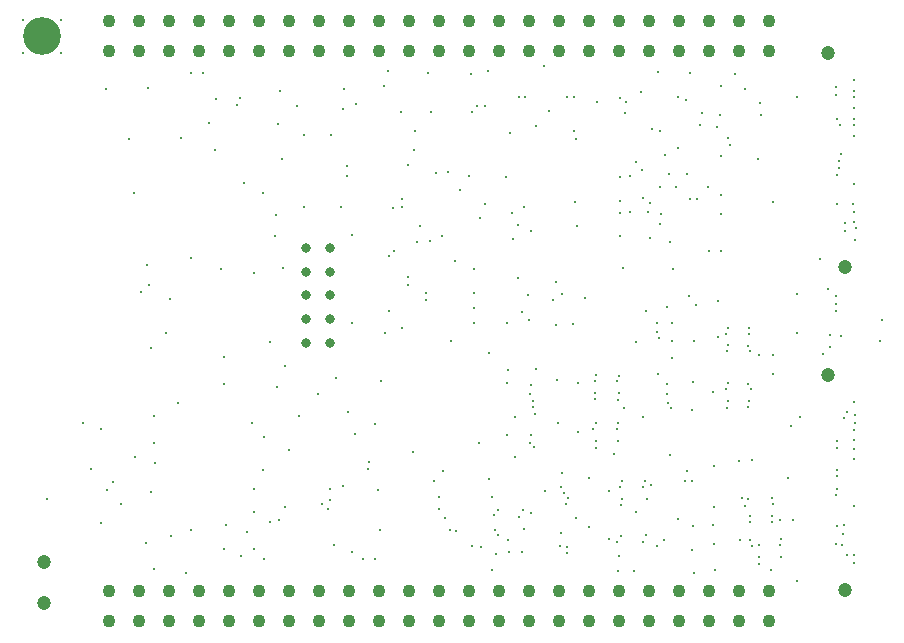
<source format=gbr>
%TF.GenerationSoftware,Altium Limited,Altium Designer,25.3.3 (18)*%
G04 Layer_Color=0*
%FSLAX45Y45*%
%MOMM*%
%TF.SameCoordinates,5572F933-5C96-4131-A983-9EF7CB378A5A*%
%TF.FilePolarity,Positive*%
%TF.FileFunction,Plated,1,6,PTH,Drill*%
%TF.Part,Single*%
G01*
G75*
%TA.AperFunction,ComponentDrill*%
%ADD622C,0.80000*%
%ADD623C,1.20000*%
%ADD624C,1.10000*%
%ADD625C,3.20000*%
%TA.AperFunction,ViaDrill,NotFilled*%
%ADD626C,0.20000*%
%ADD627C,0.30000*%
%ADD628C,0.25000*%
D622*
X3900000Y2548000D02*
D03*
Y2748000D02*
D03*
Y2948000D02*
D03*
Y3148000D02*
D03*
Y3348000D02*
D03*
X3700000Y2548000D02*
D03*
Y2748000D02*
D03*
Y2948000D02*
D03*
Y3148000D02*
D03*
Y3348000D02*
D03*
D623*
X8263000Y455000D02*
D03*
X8113000Y2275000D02*
D03*
Y5005000D02*
D03*
X8263000Y3185000D02*
D03*
X1480000Y345000D02*
D03*
Y695000D02*
D03*
D624*
X2032000Y190500D02*
D03*
X2286000D02*
D03*
X2540000D02*
D03*
X2794000D02*
D03*
X3048000D02*
D03*
X3302000D02*
D03*
X3556000D02*
D03*
X3810000D02*
D03*
X4064000D02*
D03*
X4318000D02*
D03*
X4572000D02*
D03*
X4826000D02*
D03*
X5080000D02*
D03*
X5334000D02*
D03*
X5588000D02*
D03*
X5842000D02*
D03*
X6096000D02*
D03*
X6350000D02*
D03*
X6604000D02*
D03*
X6858000D02*
D03*
X7112000D02*
D03*
X7366000D02*
D03*
X7620000D02*
D03*
X2032000Y444500D02*
D03*
X2286000D02*
D03*
X2540000D02*
D03*
X2794000D02*
D03*
X3048000D02*
D03*
X3302000D02*
D03*
X3556000D02*
D03*
X3810000D02*
D03*
X4064000D02*
D03*
X4318000D02*
D03*
X4572000D02*
D03*
X4826000D02*
D03*
X5080000D02*
D03*
X5334000D02*
D03*
X5588000D02*
D03*
X5842000D02*
D03*
X6096000D02*
D03*
X6350000D02*
D03*
X6604000D02*
D03*
X6858000D02*
D03*
X7112000D02*
D03*
X7366000D02*
D03*
X7620000D02*
D03*
X2032000Y5016500D02*
D03*
X2286000D02*
D03*
X2540000D02*
D03*
X2794000D02*
D03*
X3048000D02*
D03*
X3302000D02*
D03*
X3556000D02*
D03*
X3810000D02*
D03*
X4064000D02*
D03*
X4318000D02*
D03*
X4572000D02*
D03*
X4826000D02*
D03*
X5080000D02*
D03*
X5334000D02*
D03*
X5588000D02*
D03*
X5842000D02*
D03*
X6096000D02*
D03*
X6350000D02*
D03*
X6604000D02*
D03*
X6858000D02*
D03*
X7112000D02*
D03*
X7366000D02*
D03*
X7620000D02*
D03*
X2032000Y5270500D02*
D03*
X2286000D02*
D03*
X2540000D02*
D03*
X2794000D02*
D03*
X3048000D02*
D03*
X3302000D02*
D03*
X3556000D02*
D03*
X3810000D02*
D03*
X4064000D02*
D03*
X4318000D02*
D03*
X4572000D02*
D03*
X4826000D02*
D03*
X5080000D02*
D03*
X5334000D02*
D03*
X5588000D02*
D03*
X5842000D02*
D03*
X6096000D02*
D03*
X6350000D02*
D03*
X6604000D02*
D03*
X6858000D02*
D03*
X7112000D02*
D03*
X7366000D02*
D03*
X7620000D02*
D03*
D625*
X1460500Y5143500D02*
D03*
D626*
X2380667Y1287523D02*
D03*
X8569185Y2737375D02*
D03*
X8552500Y2559739D02*
D03*
X5639965Y4382866D02*
D03*
X5439190Y3644282D02*
D03*
X5543187Y3694652D02*
D03*
X6570000Y1380000D02*
D03*
X6909461Y1373397D02*
D03*
X4599494Y1619981D02*
D03*
X4510000Y2670000D02*
D03*
X2350000Y3210000D02*
D03*
X8336372Y684779D02*
D03*
X3950000Y2250000D02*
D03*
X3795090Y2117655D02*
D03*
X4008448Y1334383D02*
D03*
X4109413Y1779007D02*
D03*
X5091511Y4826774D02*
D03*
X4731207Y4827546D02*
D03*
X5969054Y4625903D02*
D03*
X6583957Y1223066D02*
D03*
X3440000Y3630000D02*
D03*
X3000000Y2200000D02*
D03*
Y2430000D02*
D03*
X2410000Y1930000D02*
D03*
Y1700000D02*
D03*
X3554238Y1637718D02*
D03*
X6981659Y2564787D02*
D03*
X6574714Y923815D02*
D03*
X5584281Y2736198D02*
D03*
X5246126Y2465041D02*
D03*
X4306654Y1298722D02*
D03*
X4220000Y1480000D02*
D03*
X4230000Y1540000D02*
D03*
X4330000Y2220000D02*
D03*
X5391499Y3954002D02*
D03*
X5401082Y2210489D02*
D03*
X5401488Y1770850D02*
D03*
X5395308Y2711469D02*
D03*
X4364802Y2633201D02*
D03*
X5160000Y1700000D02*
D03*
X5463722Y1916669D02*
D03*
X5632761Y1943620D02*
D03*
X4750000Y3410000D02*
D03*
X4850000Y3450000D02*
D03*
X4960000Y3240000D02*
D03*
X4966787Y956458D02*
D03*
X4444097Y3326817D02*
D03*
X3139476Y4624019D02*
D03*
X2927766Y4177072D02*
D03*
X3110000Y4560000D02*
D03*
X3259993Y3139994D02*
D03*
X2980000Y3170001D02*
D03*
X2938364Y4609819D02*
D03*
X3392500Y2550000D02*
D03*
X4089577Y3458928D02*
D03*
X3499875Y3182500D02*
D03*
X4089999Y2717500D02*
D03*
X3520000Y2350000D02*
D03*
X2610278Y2037934D02*
D03*
X3453859Y2169371D02*
D03*
X4048113Y1964887D02*
D03*
X3239578Y1866066D02*
D03*
X3900347Y1212274D02*
D03*
X3390000Y1030000D02*
D03*
X2722076Y3263632D02*
D03*
X7007572Y3764473D02*
D03*
X6945811Y3768675D02*
D03*
X7651751Y3740325D02*
D03*
X6705711Y3634924D02*
D03*
X7208707Y3634883D02*
D03*
X7417279Y1163852D02*
D03*
X7454341Y881220D02*
D03*
X7528805Y834542D02*
D03*
X7532020Y733311D02*
D03*
X7527955Y676064D02*
D03*
X7367773Y881230D02*
D03*
X7388651Y1235212D02*
D03*
X8213919Y4389499D02*
D03*
X8225547Y4147272D02*
D03*
X8196010Y3966066D02*
D03*
X8205223Y4024776D02*
D03*
X8210000Y4090000D02*
D03*
X7650000Y1179333D02*
D03*
X6962354Y1377731D02*
D03*
X7780000Y1400000D02*
D03*
X6925887Y1458315D02*
D03*
X7709582Y834248D02*
D03*
X7638749Y1028212D02*
D03*
X7439767Y2005211D02*
D03*
X7804298Y1845702D02*
D03*
X7445615Y2055562D02*
D03*
X7463088Y2155165D02*
D03*
X7440746Y2202500D02*
D03*
X7451513Y2474524D02*
D03*
X7443479Y2621749D02*
D03*
X6335369Y2064996D02*
D03*
X6330000Y2220000D02*
D03*
X6342677Y2268366D02*
D03*
X6792748Y2418006D02*
D03*
X6338042Y1867057D02*
D03*
X6331219Y1814952D02*
D03*
X6550367Y1920716D02*
D03*
X6391872Y1995771D02*
D03*
X6490000Y2550000D02*
D03*
X5503002Y1075600D02*
D03*
X6300000Y1610000D02*
D03*
X6550780Y1328225D02*
D03*
X6366643Y1175064D02*
D03*
X6490986Y1111819D02*
D03*
X6550000Y860000D02*
D03*
X6668093Y828380D02*
D03*
X5410000Y880000D02*
D03*
X6469871Y611393D02*
D03*
X7630000Y620000D02*
D03*
X6981610Y601044D02*
D03*
X7159078Y624207D02*
D03*
X6594271Y3653251D02*
D03*
X6831596Y3870000D02*
D03*
X6780000Y3400000D02*
D03*
X8182143Y2814823D02*
D03*
X8223537Y2606359D02*
D03*
X8117549Y3006671D02*
D03*
X7210000Y3800000D02*
D03*
X7717762Y736535D02*
D03*
X3259697Y1115924D02*
D03*
X6940000Y2947500D02*
D03*
X7852918Y2962686D02*
D03*
X8181422Y2878977D02*
D03*
X8181230Y2945002D02*
D03*
X7849778Y2631825D02*
D03*
X7880000Y1920000D02*
D03*
X7650000Y2280000D02*
D03*
Y2445000D02*
D03*
X7529112Y2444793D02*
D03*
X8131039Y2610196D02*
D03*
X8070000Y2450000D02*
D03*
X8130000Y2510000D02*
D03*
X8340407Y2047135D02*
D03*
X8274077Y1960350D02*
D03*
X8250991Y1910622D02*
D03*
X8343944Y1938175D02*
D03*
X8340906Y1869523D02*
D03*
X4500000Y4500000D02*
D03*
X5101347Y4503003D02*
D03*
X4751347D02*
D03*
X4921347Y2563003D02*
D03*
X6332200Y864003D02*
D03*
X6731497Y875833D02*
D03*
X6343119Y744003D02*
D03*
X6339046Y619481D02*
D03*
X5628845Y1664897D02*
D03*
X5592089Y1702985D02*
D03*
X5641227Y2324889D02*
D03*
X5825260Y2235833D02*
D03*
X5620000Y2000000D02*
D03*
X5619286Y2054045D02*
D03*
X5982366Y4273059D02*
D03*
X7520656Y4099404D02*
D03*
X8182685Y4642287D02*
D03*
X5600865Y3493579D02*
D03*
X5990551Y3539929D02*
D03*
X5960045Y2706612D02*
D03*
X6573796Y2813468D02*
D03*
X7185789Y2899534D02*
D03*
X6794371Y2714635D02*
D03*
X6380000Y3180000D02*
D03*
X7265540Y4278122D02*
D03*
X6949095Y4828738D02*
D03*
X7329264Y4827195D02*
D03*
X7850000Y4630000D02*
D03*
X7183075Y2593718D02*
D03*
X7262744Y2474203D02*
D03*
X7251723Y2624881D02*
D03*
X7250633Y2154582D02*
D03*
X7257710Y1991396D02*
D03*
X6787656Y1992762D02*
D03*
X6150000Y1660000D02*
D03*
X6130251Y1814943D02*
D03*
X6147726Y1865823D02*
D03*
X6680000Y2280001D02*
D03*
X5986360Y1060716D02*
D03*
X6374129Y1224924D02*
D03*
X6353138Y1325106D02*
D03*
X5908597Y763530D02*
D03*
X7471172Y1554359D02*
D03*
X6778295Y1595643D02*
D03*
X7442489Y1223123D02*
D03*
X7458943Y1079929D02*
D03*
X7364207Y1548600D02*
D03*
X6970983Y993664D02*
D03*
X6843436Y1057733D02*
D03*
X7470000Y830000D02*
D03*
X7456884Y1027268D02*
D03*
X7820000Y1050000D02*
D03*
X5894331Y1178451D02*
D03*
X5910706Y1229467D02*
D03*
X5880474Y1275444D02*
D03*
X5862353Y1446317D02*
D03*
X5720000Y1290000D02*
D03*
X5275076Y1241599D02*
D03*
X4823740Y1240134D02*
D03*
X4822417Y1140418D02*
D03*
X4870496Y1065889D02*
D03*
X4916830Y958541D02*
D03*
X5287568Y1086075D02*
D03*
X5320000Y1130000D02*
D03*
X5294387Y966075D02*
D03*
X5321854Y923496D02*
D03*
X5307534Y757266D02*
D03*
X3515675Y1155029D02*
D03*
X2680532Y600491D02*
D03*
X6142965Y2074473D02*
D03*
X6139320Y2225882D02*
D03*
X6151221Y2276914D02*
D03*
X6344372Y2125552D02*
D03*
X6670672Y2714062D02*
D03*
X7290000Y4220000D02*
D03*
X4860000Y1460000D02*
D03*
X5468170Y1578802D02*
D03*
X5972225Y3738184D02*
D03*
X8050000Y3260000D02*
D03*
X7850000Y530000D02*
D03*
X7141946Y1005659D02*
D03*
X4780000Y1380000D02*
D03*
X3343313Y718731D02*
D03*
X4319500Y959500D02*
D03*
X3901347Y1308653D02*
D03*
X3260339Y800579D02*
D03*
X3470000Y1050000D02*
D03*
X3198847Y941388D02*
D03*
X2127080Y1183054D02*
D03*
X1960000Y1817392D02*
D03*
X5599722Y1768096D02*
D03*
X5597932Y2191787D02*
D03*
X5847336Y830870D02*
D03*
X5854327Y935673D02*
D03*
X5854999Y1325000D02*
D03*
X6002746Y1790909D02*
D03*
Y2210001D02*
D03*
X6963499Y795281D02*
D03*
X6750000Y2200000D02*
D03*
X6797500Y2566485D02*
D03*
X6750000Y2850000D02*
D03*
X6670000Y2640000D02*
D03*
X6682471Y2585249D02*
D03*
X7410000Y4700000D02*
D03*
X6913016Y4603016D02*
D03*
X5403661Y2315116D02*
D03*
X5122333Y2713076D02*
D03*
X2543568Y2919950D02*
D03*
X5814897Y2701733D02*
D03*
X5859988Y2959994D02*
D03*
X5245030Y1398108D02*
D03*
X6260000Y1290000D02*
D03*
Y887379D02*
D03*
X6150811Y1714006D02*
D03*
X5831296Y1867204D02*
D03*
X6089273Y1402302D02*
D03*
X6090000Y990000D02*
D03*
X6363452Y909664D02*
D03*
X5594827Y2111606D02*
D03*
X7147500Y1156486D02*
D03*
X7152358Y1507069D02*
D03*
X7154477Y845000D02*
D03*
X6615000Y1340370D02*
D03*
X7140000Y2130000D02*
D03*
X7000924Y2869064D02*
D03*
X6970000Y2213213D02*
D03*
X8190000Y1660000D02*
D03*
X5603879Y1110165D02*
D03*
X7210000Y3325000D02*
D03*
X7707500Y1050495D02*
D03*
X8350383Y3520454D02*
D03*
X7718011Y884968D02*
D03*
X4560639Y4052602D02*
D03*
X5580000Y2950000D02*
D03*
X5490000Y3100000D02*
D03*
X4640052Y3398326D02*
D03*
X5527472Y2810000D02*
D03*
X4900000Y3990000D02*
D03*
X4800000Y3989014D02*
D03*
X5495072Y3540833D02*
D03*
X6697740Y3864157D02*
D03*
X6441988Y3962577D02*
D03*
X6492088Y4081153D02*
D03*
X6359182Y3751310D02*
D03*
X7110000Y3325024D02*
D03*
X6358297Y3646994D02*
D03*
X6357981Y3949526D02*
D03*
X5531224Y1129757D02*
D03*
X5542259Y972754D02*
D03*
X4558761Y3037421D02*
D03*
X4399547Y3283233D02*
D03*
X4175870Y718223D02*
D03*
X2550432Y910944D02*
D03*
X3330000Y1470000D02*
D03*
X3340380Y1746653D02*
D03*
X2241823Y3817545D02*
D03*
X3168890Y3903603D02*
D03*
X3490000Y4100000D02*
D03*
X3640000Y1930000D02*
D03*
X3017681Y1001305D02*
D03*
X5810000Y3060000D02*
D03*
X5170000Y3600000D02*
D03*
X4610000Y4180000D02*
D03*
X4999571Y3840468D02*
D03*
X7550000Y4480000D02*
D03*
X6358173Y3451494D02*
D03*
X6965772Y1978753D02*
D03*
X1810833Y1870415D02*
D03*
X6849131Y4627216D02*
D03*
X6530000Y4670000D02*
D03*
X6410000Y4590000D02*
D03*
X6398170Y4489057D02*
D03*
X6801229Y3169430D02*
D03*
X6609365Y3434038D02*
D03*
X3931452Y832573D02*
D03*
X6692653Y4336911D02*
D03*
X7179667Y4373121D02*
D03*
X7047500Y4490000D02*
D03*
X7200000Y4480000D02*
D03*
X5968082Y4340141D02*
D03*
X5750000Y4510000D02*
D03*
X5424918Y4327451D02*
D03*
X6545530Y3772500D02*
D03*
X5080000Y3960000D02*
D03*
X6921096Y3976761D02*
D03*
X6771333Y3973312D02*
D03*
X6545000Y4012500D02*
D03*
X7210000Y4130000D02*
D03*
X6610000Y3730000D02*
D03*
X6443518Y3653792D02*
D03*
X6695952Y3549687D02*
D03*
X6844695Y4195084D02*
D03*
X7096269Y3870175D02*
D03*
X4360000Y4721722D02*
D03*
X6740000Y4140000D02*
D03*
X7272500Y2525455D02*
D03*
Y2674747D02*
D03*
Y2054765D02*
D03*
Y2204391D02*
D03*
X5908991Y4626532D02*
D03*
X6623751Y4357570D02*
D03*
X6160000Y4590000D02*
D03*
X7210790Y4721611D02*
D03*
X7540000Y4580000D02*
D03*
X5550000Y4630000D02*
D03*
X5499863Y4632256D02*
D03*
X5141408Y4549718D02*
D03*
X5209939Y4555019D02*
D03*
X5908557Y814952D02*
D03*
X4120000Y4570000D02*
D03*
X6680000Y4840000D02*
D03*
X5240000Y4850000D02*
D03*
X4390000D02*
D03*
X3620000Y4550000D02*
D03*
X4022208Y4695489D02*
D03*
X4010000Y4530000D02*
D03*
X5713689Y4890134D02*
D03*
X7035770Y4389633D02*
D03*
X6351000Y4624083D02*
D03*
X4083501Y779788D02*
D03*
X2721526Y4827756D02*
D03*
X2821915Y4830749D02*
D03*
X1956782Y1021469D02*
D03*
X1872100Y1474775D02*
D03*
X3148932Y742512D02*
D03*
X3835270Y1182957D02*
D03*
X3885916Y1140456D02*
D03*
X4279925Y716551D02*
D03*
X6753371Y2114523D02*
D03*
X6759394Y2034384D02*
D03*
X4510801Y3693668D02*
D03*
X4510639Y3765770D02*
D03*
X4713598Y2973046D02*
D03*
X4709536Y2907273D02*
D03*
X4562262Y3101914D02*
D03*
X5100000Y830000D02*
D03*
X5522500Y780000D02*
D03*
X5412500D02*
D03*
X5178937Y821950D02*
D03*
X4430000Y3690000D02*
D03*
X5273930Y624879D02*
D03*
X8180000Y4710000D02*
D03*
X7446979Y2675922D02*
D03*
X7440046Y2524425D02*
D03*
X8263173Y3560225D02*
D03*
X8262746Y3497006D02*
D03*
X8342706Y3417398D02*
D03*
X8338790Y3573566D02*
D03*
X6146343Y2124915D02*
D03*
X6335978Y1715116D02*
D03*
X6369784Y1375467D02*
D03*
X8237078Y837239D02*
D03*
X8279247Y752676D02*
D03*
X7638831Y1080000D02*
D03*
X8244326Y924809D02*
D03*
X8254941Y1004912D02*
D03*
X8340000Y750000D02*
D03*
X7638017Y1230000D02*
D03*
X8186743Y839696D02*
D03*
X8339120Y4628445D02*
D03*
X8190097Y1000173D02*
D03*
X8336335Y1164376D02*
D03*
X8339832Y1564061D02*
D03*
X8335876Y1646753D02*
D03*
X8339173Y1805640D02*
D03*
X8339531Y3655497D02*
D03*
Y3895251D02*
D03*
X8340000Y4775000D02*
D03*
X8336858Y4295000D02*
D03*
X8338650Y4535000D02*
D03*
X8188231Y1717282D02*
D03*
X8338507Y1721834D02*
D03*
X8190960Y1472841D02*
D03*
X8190000Y1420000D02*
D03*
X8191135Y1312606D02*
D03*
X8185072Y1261180D02*
D03*
X8335341Y4680295D02*
D03*
X8194955Y4439638D02*
D03*
X8333828Y4389101D02*
D03*
X8333073Y4441828D02*
D03*
X8190000Y3720000D02*
D03*
X8330000D02*
D03*
X4660000Y3540000D02*
D03*
X5452481Y3430081D02*
D03*
X5211075Y3725690D02*
D03*
X4617952Y4340233D02*
D03*
X5122086Y2843916D02*
D03*
X5122718Y3168584D02*
D03*
X5120000Y2970000D02*
D03*
X4399284Y2814947D02*
D03*
X2007255Y4699313D02*
D03*
X2356010Y4700798D02*
D03*
X3480000Y4680000D02*
D03*
X3455458Y4401433D02*
D03*
X3679868Y4307891D02*
D03*
X3995327Y3694868D02*
D03*
X3679400Y3694491D02*
D03*
X3910010Y4305052D02*
D03*
X2872337Y4410493D02*
D03*
X2199302Y4269783D02*
D03*
X2639250Y4282943D02*
D03*
X3329814Y3813335D02*
D03*
X3437287Y3448980D02*
D03*
X4280000Y1860000D02*
D03*
X3259728Y1310946D02*
D03*
X2720000Y960000D02*
D03*
X3000433Y801168D02*
D03*
X2409956Y630605D02*
D03*
X1499738Y1226361D02*
D03*
X2064939Y1368211D02*
D03*
X2008492Y1298202D02*
D03*
X2250000Y1580000D02*
D03*
X2415559Y1525693D02*
D03*
X2510000Y2630000D02*
D03*
X2299407Y2977139D02*
D03*
X2365367Y3034777D02*
D03*
D627*
X2339569Y850000D02*
D03*
X6060000Y2930000D02*
D03*
X2381848Y2502839D02*
D03*
X5789822Y2913968D02*
D03*
X4039453Y3961484D02*
D03*
X4039563Y4047198D02*
D03*
D628*
X1300500Y5283500D02*
D03*
Y5003500D02*
D03*
X1620500D02*
D03*
Y5283500D02*
D03*
%TF.MD5,f8562febbd84e5d4ddd045998dc38495*%
M02*

</source>
